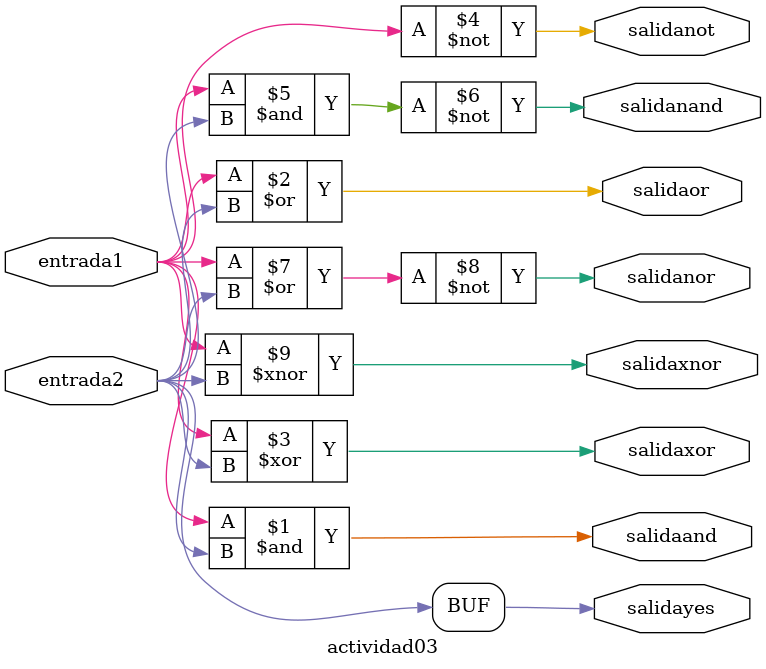
<source format=v>
module actividad03(
	input entrada1,
	input entrada2,
	output salidaand,
	output salidaor,
	output salidaxor,
	output salidanot,
	output salidanand,
	output salidayes,
	output salidanor,
	output salidaxnor
);
assign salidaand = entrada1 & entrada2;
assign salidaor = entrada1 | entrada2;
assign salidaxor = entrada1 ^ entrada2;
assign salidanot = ~entrada1;
assign salidanand = ~(entrada1 & entrada2);
assign salidayes = entrada2;
assign salidanor = ~(entrada1 | entrada2);
assign salidaxnor = (entrada1 ~^ entrada2);
endmodule
</source>
